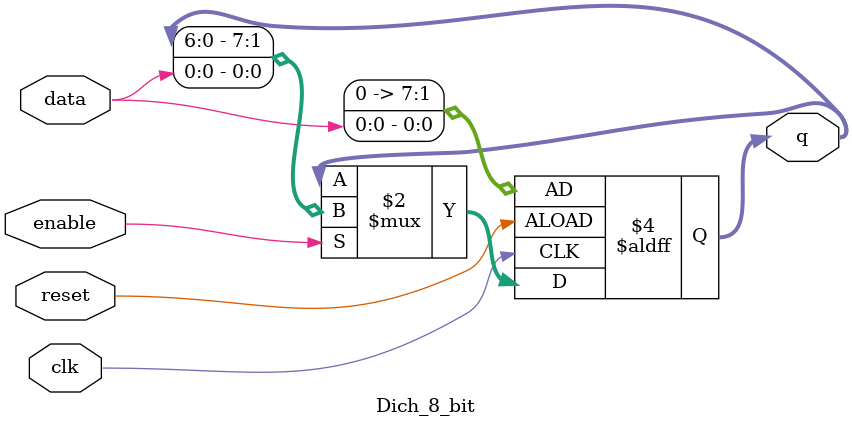
<source format=v>
`timescale 1ns / 1ps
module Dich_8_bit(
	input wire clk,
	input wire reset,
	input wire enable,
	input wire data,
	output reg [7:0] q
);

	always @(posedge clk or posedge reset) begin
		if (reset) begin
			q <= ({7'b0, data});
		end 
		else if (enable) begin
			q <= {q[6:0], data};
		end
	end
	
endmodule

</source>
